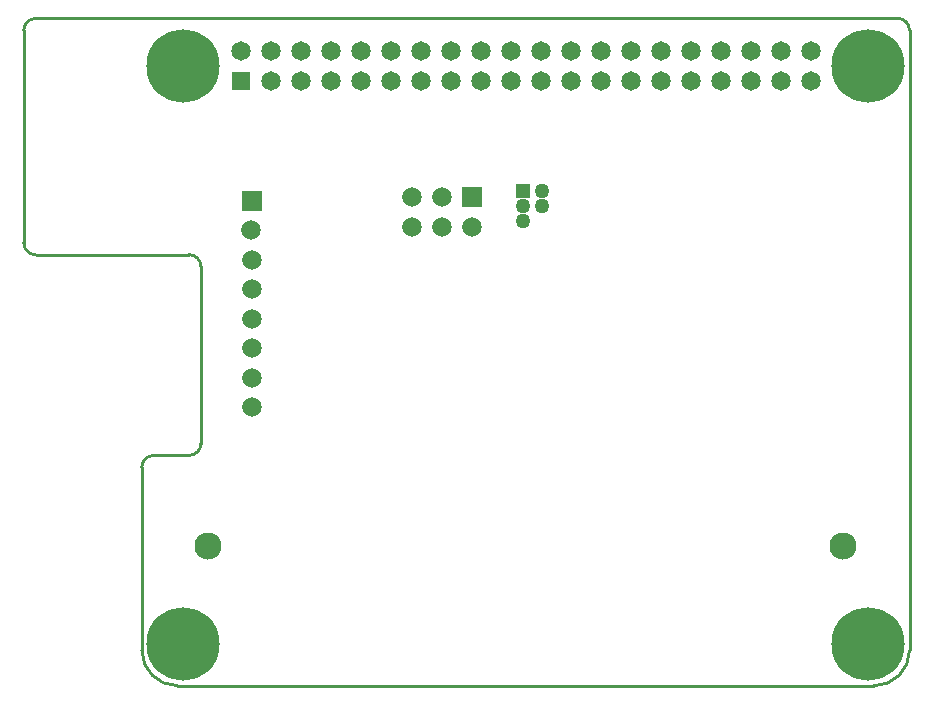
<source format=gbs>
G04*
G04 #@! TF.GenerationSoftware,Altium Limited,Altium Designer,21.1.1 (26)*
G04*
G04 Layer_Color=16711935*
%FSAX25Y25*%
%MOIN*%
G70*
G04*
G04 #@! TF.SameCoordinates,385E19C8-3E5E-4D6B-97ED-1EBFA2F8C446*
G04*
G04*
G04 #@! TF.FilePolarity,Negative*
G04*
G01*
G75*
%ADD15C,0.01000*%
%ADD32C,0.09055*%
%ADD33C,0.06528*%
%ADD34R,0.06528X0.06528*%
%ADD35C,0.04961*%
%ADD36R,0.04961X0.04961*%
%ADD37R,0.06528X0.06528*%
%ADD38C,0.06496*%
%ADD39R,0.06496X0.06496*%
%ADD40C,0.24409*%
D15*
X-0035433Y0222441D02*
G03*
X-0039370Y0218504I0000000J-0003937D01*
G01*
X0255906D02*
G03*
X0251969Y0222441I-0003937J0000000D01*
G01*
X0000000Y0011811D02*
G03*
X0011811Y0000000I0011811J0000000D01*
G01*
X0244094D02*
G03*
X0255906Y0011811I0000000J0011811D01*
G01*
X0019685Y0139764D02*
G03*
X0015748Y0143701I-0003937J0000000D01*
G01*
X0003937Y0076772D02*
G03*
X0000000Y0072835I0000000J-0003937D01*
G01*
X-0039370Y0147638D02*
G03*
X-0035433Y0143701I0003937J0000000D01*
G01*
X0015748Y0076772D02*
G03*
X0019685Y0080709I0000000J0003937D01*
G01*
X0255906Y0011811D02*
Y0218504D01*
X-0035433Y0222441D02*
X0251969D01*
X-0039370Y0147638D02*
Y0218504D01*
X-0035433Y0143701D02*
X0015748D01*
X0000000Y0011811D02*
Y0072835D01*
X0011811Y0000000D02*
X0244094D01*
X0019685Y0080709D02*
Y0139764D01*
X0003937Y0076772D02*
X0015748D01*
D32*
X0233858Y0046634D02*
D03*
X0022047D02*
D03*
D33*
X0089902Y0163071D02*
D03*
Y0153071D02*
D03*
X0099902Y0163071D02*
D03*
Y0153071D02*
D03*
X0109902D02*
D03*
X0036614Y0142028D02*
D03*
X0036417Y0151870D02*
D03*
X0036614Y0122343D02*
D03*
Y0132185D02*
D03*
Y0102657D02*
D03*
Y0112500D02*
D03*
Y0092815D02*
D03*
D34*
X0109902Y0163071D02*
D03*
D35*
X0133366Y0159764D02*
D03*
X0127154D02*
D03*
Y0154764D02*
D03*
X0133366Y0164764D02*
D03*
D36*
X0127154D02*
D03*
D37*
X0036614Y0161713D02*
D03*
D38*
X0222953Y0211693D02*
D03*
Y0201693D02*
D03*
X0212953Y0211693D02*
D03*
Y0201693D02*
D03*
X0202953Y0211693D02*
D03*
Y0201693D02*
D03*
X0192953Y0211693D02*
D03*
Y0201693D02*
D03*
X0182953Y0211693D02*
D03*
Y0201693D02*
D03*
X0172953Y0211693D02*
D03*
Y0201693D02*
D03*
X0162953Y0211693D02*
D03*
Y0201693D02*
D03*
X0152953Y0211693D02*
D03*
Y0201693D02*
D03*
X0142953Y0211693D02*
D03*
Y0201693D02*
D03*
X0132953Y0211693D02*
D03*
Y0201693D02*
D03*
X0122953Y0211693D02*
D03*
Y0201693D02*
D03*
X0112953Y0211693D02*
D03*
Y0201693D02*
D03*
X0102953Y0211693D02*
D03*
Y0201693D02*
D03*
X0092953Y0211693D02*
D03*
Y0201693D02*
D03*
X0082953Y0211693D02*
D03*
Y0201693D02*
D03*
X0072953Y0211693D02*
D03*
Y0201693D02*
D03*
X0062953Y0211693D02*
D03*
Y0201693D02*
D03*
X0052953Y0211693D02*
D03*
Y0201693D02*
D03*
X0042953Y0211693D02*
D03*
Y0201693D02*
D03*
X0032953Y0211693D02*
D03*
D39*
Y0201693D02*
D03*
D40*
X0242126Y0206693D02*
D03*
Y0013780D02*
D03*
X0013780Y0206693D02*
D03*
Y0013780D02*
D03*
M02*

</source>
